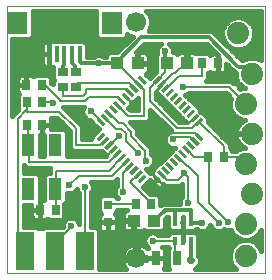
<source format=gtl>
G75*
G70*
%OFA0B0*%
%FSLAX24Y24*%
%IPPOS*%
%LPD*%
%AMOC8*
5,1,8,0,0,1.08239X$1,22.5*
%
%ADD10C,0.0000*%
%ADD11R,0.0276X0.0354*%
%ADD12R,0.0413X0.0425*%
%ADD13R,0.0600X0.1300*%
%ADD14C,0.0669*%
%ADD15C,0.0740*%
%ADD16R,0.0433X0.0394*%
%ADD17R,0.0315X0.0472*%
%ADD18R,0.0157X0.0295*%
%ADD19R,0.0138X0.0551*%
%ADD20R,0.0709X0.0748*%
%ADD21R,0.0315X0.0118*%
%ADD22R,0.0433X0.0748*%
%ADD23R,0.0354X0.0276*%
%ADD24R,0.0315X0.0315*%
%ADD25C,0.0080*%
%ADD26C,0.0236*%
%ADD27C,0.0120*%
%ADD28C,0.0160*%
%ADD29C,0.0100*%
%ADD30OC8,0.0236*%
D10*
X000750Y000969D02*
X000750Y009869D01*
X009350Y009869D01*
X009350Y000969D01*
X000750Y000969D01*
D11*
X001844Y003069D03*
X002356Y003069D03*
X001906Y005919D03*
X001394Y005919D03*
X001394Y006669D03*
X001906Y006669D03*
X001895Y007254D03*
X001383Y007254D03*
X005031Y003285D03*
X005543Y003285D03*
X007444Y004843D03*
X007956Y004843D03*
X007756Y007969D03*
X007244Y007969D03*
D12*
X006744Y007969D03*
X006056Y007969D03*
X005094Y007969D03*
X004406Y007969D03*
D13*
X003350Y001719D03*
X002350Y001719D03*
X001350Y001719D03*
D14*
X005050Y001469D03*
X005050Y009343D03*
D15*
X008450Y008969D03*
X008900Y007619D03*
X008700Y006619D03*
X008900Y005619D03*
X008700Y004619D03*
X008900Y003619D03*
X008700Y002619D03*
X008690Y001550D03*
D16*
X005635Y002719D03*
X004965Y002719D03*
D17*
X005696Y001469D03*
X006404Y001469D03*
D18*
X006344Y002044D03*
X006600Y002044D03*
X006856Y002044D03*
X006856Y002694D03*
X006600Y002694D03*
X006344Y002694D03*
D19*
X003162Y008276D03*
X002906Y008276D03*
X002650Y008276D03*
X002394Y008276D03*
X002138Y008276D03*
D20*
X001075Y009319D03*
X004225Y009319D03*
D21*
G36*
X005180Y007563D02*
X005401Y007342D01*
X005318Y007259D01*
X005097Y007480D01*
X005180Y007563D01*
G37*
G36*
X005041Y007424D02*
X005262Y007203D01*
X005179Y007120D01*
X004958Y007341D01*
X005041Y007424D01*
G37*
G36*
X004902Y007285D02*
X005123Y007064D01*
X005040Y006981D01*
X004819Y007202D01*
X004902Y007285D01*
G37*
G36*
X004763Y007146D02*
X004984Y006925D01*
X004901Y006842D01*
X004680Y007063D01*
X004763Y007146D01*
G37*
G36*
X004624Y007007D02*
X004845Y006786D01*
X004762Y006703D01*
X004541Y006924D01*
X004624Y007007D01*
G37*
G36*
X004484Y006867D02*
X004705Y006646D01*
X004622Y006563D01*
X004401Y006784D01*
X004484Y006867D01*
G37*
G36*
X004483Y006424D02*
X004262Y006645D01*
X004345Y006728D01*
X004566Y006507D01*
X004483Y006424D01*
G37*
G36*
X004344Y006285D02*
X004123Y006506D01*
X004206Y006589D01*
X004427Y006368D01*
X004344Y006285D01*
G37*
G36*
X004205Y006146D02*
X003984Y006367D01*
X004067Y006450D01*
X004288Y006229D01*
X004205Y006146D01*
G37*
G36*
X004066Y006007D02*
X003845Y006228D01*
X003928Y006311D01*
X004149Y006090D01*
X004066Y006007D01*
G37*
G36*
X003927Y005867D02*
X003706Y006088D01*
X003789Y006171D01*
X004010Y005950D01*
X003927Y005867D01*
G37*
G36*
X003706Y005449D02*
X003927Y005670D01*
X004010Y005587D01*
X003789Y005366D01*
X003706Y005449D01*
G37*
G36*
X003845Y005310D02*
X004066Y005531D01*
X004149Y005448D01*
X003928Y005227D01*
X003845Y005310D01*
G37*
G36*
X003984Y005171D02*
X004205Y005392D01*
X004288Y005309D01*
X004067Y005088D01*
X003984Y005171D01*
G37*
G36*
X004123Y005032D02*
X004344Y005253D01*
X004427Y005170D01*
X004206Y004949D01*
X004123Y005032D01*
G37*
G36*
X004262Y004893D02*
X004483Y005114D01*
X004566Y005031D01*
X004345Y004810D01*
X004262Y004893D01*
G37*
G36*
X004401Y004753D02*
X004622Y004974D01*
X004705Y004891D01*
X004484Y004670D01*
X004401Y004753D01*
G37*
G36*
X004845Y004752D02*
X004624Y004531D01*
X004541Y004614D01*
X004762Y004835D01*
X004845Y004752D01*
G37*
G36*
X004984Y004613D02*
X004763Y004392D01*
X004680Y004475D01*
X004901Y004696D01*
X004984Y004613D01*
G37*
G36*
X005123Y004474D02*
X004902Y004253D01*
X004819Y004336D01*
X005040Y004557D01*
X005123Y004474D01*
G37*
G36*
X005262Y004335D02*
X005041Y004114D01*
X004958Y004197D01*
X005179Y004418D01*
X005262Y004335D01*
G37*
G36*
X005401Y004195D02*
X005180Y003974D01*
X005097Y004057D01*
X005318Y004278D01*
X005401Y004195D01*
G37*
G36*
X005820Y003974D02*
X005599Y004195D01*
X005682Y004278D01*
X005903Y004057D01*
X005820Y003974D01*
G37*
G36*
X005959Y004114D02*
X005738Y004335D01*
X005821Y004418D01*
X006042Y004197D01*
X005959Y004114D01*
G37*
G36*
X006098Y004253D02*
X005877Y004474D01*
X005960Y004557D01*
X006181Y004336D01*
X006098Y004253D01*
G37*
G36*
X006237Y004392D02*
X006016Y004613D01*
X006099Y004696D01*
X006320Y004475D01*
X006237Y004392D01*
G37*
G36*
X006376Y004531D02*
X006155Y004752D01*
X006238Y004835D01*
X006459Y004614D01*
X006376Y004531D01*
G37*
G36*
X006516Y004670D02*
X006295Y004891D01*
X006378Y004974D01*
X006599Y004753D01*
X006516Y004670D01*
G37*
G36*
X006517Y005114D02*
X006738Y004893D01*
X006655Y004810D01*
X006434Y005031D01*
X006517Y005114D01*
G37*
G36*
X006656Y005253D02*
X006877Y005032D01*
X006794Y004949D01*
X006573Y005170D01*
X006656Y005253D01*
G37*
G36*
X006795Y005392D02*
X007016Y005171D01*
X006933Y005088D01*
X006712Y005309D01*
X006795Y005392D01*
G37*
G36*
X006934Y005531D02*
X007155Y005310D01*
X007072Y005227D01*
X006851Y005448D01*
X006934Y005531D01*
G37*
G36*
X007073Y005670D02*
X007294Y005449D01*
X007211Y005366D01*
X006990Y005587D01*
X007073Y005670D01*
G37*
G36*
X007294Y006088D02*
X007073Y005867D01*
X006990Y005950D01*
X007211Y006171D01*
X007294Y006088D01*
G37*
G36*
X007155Y006228D02*
X006934Y006007D01*
X006851Y006090D01*
X007072Y006311D01*
X007155Y006228D01*
G37*
G36*
X007016Y006367D02*
X006795Y006146D01*
X006712Y006229D01*
X006933Y006450D01*
X007016Y006367D01*
G37*
G36*
X006877Y006506D02*
X006656Y006285D01*
X006573Y006368D01*
X006794Y006589D01*
X006877Y006506D01*
G37*
G36*
X006738Y006645D02*
X006517Y006424D01*
X006434Y006507D01*
X006655Y006728D01*
X006738Y006645D01*
G37*
G36*
X006599Y006784D02*
X006378Y006563D01*
X006295Y006646D01*
X006516Y006867D01*
X006599Y006784D01*
G37*
G36*
X006155Y006786D02*
X006376Y007007D01*
X006459Y006924D01*
X006238Y006703D01*
X006155Y006786D01*
G37*
G36*
X006016Y006925D02*
X006237Y007146D01*
X006320Y007063D01*
X006099Y006842D01*
X006016Y006925D01*
G37*
G36*
X005877Y007064D02*
X006098Y007285D01*
X006181Y007202D01*
X005960Y006981D01*
X005877Y007064D01*
G37*
G36*
X005738Y007203D02*
X005959Y007424D01*
X006042Y007341D01*
X005821Y007120D01*
X005738Y007203D01*
G37*
G36*
X005599Y007342D02*
X005820Y007563D01*
X005903Y007480D01*
X005682Y007259D01*
X005599Y007342D01*
G37*
D22*
X002353Y005247D03*
X001447Y005247D03*
X001447Y003791D03*
X002353Y003791D03*
D23*
X002600Y007163D03*
X003050Y007163D03*
X003050Y007675D03*
X002600Y007675D03*
D24*
X004104Y003256D03*
X004104Y002666D03*
D25*
X004104Y003256D02*
X004110Y003269D01*
X004104Y003263D01*
X004110Y003269D02*
X004126Y003285D01*
X005031Y003285D01*
X005527Y003308D02*
X005543Y003285D01*
X005543Y003266D01*
X005541Y003263D01*
X005566Y003238D01*
X005527Y003308D02*
X004838Y003997D01*
X005094Y004253D01*
X005110Y004266D01*
X004832Y004544D02*
X004608Y004320D01*
X004608Y003692D01*
X004230Y004221D02*
X003122Y004221D01*
X002819Y003919D01*
X002358Y003800D02*
X002353Y003791D01*
X002358Y003761D01*
X002358Y003072D01*
X002356Y003069D01*
X002870Y002541D02*
X002870Y002521D01*
X002358Y002009D01*
X002358Y001793D01*
X002350Y001719D01*
X002358Y001753D01*
X002358Y001733D02*
X002350Y001719D01*
X003342Y001733D02*
X003350Y001719D01*
X003342Y001733D02*
X003342Y003840D01*
X003323Y003843D01*
X004130Y004391D02*
X002358Y004391D01*
X002358Y003800D01*
X001472Y004686D02*
X001472Y005178D01*
X001447Y005247D01*
X001433Y005277D01*
X001433Y005887D01*
X001413Y005907D01*
X001394Y005919D01*
X001098Y006123D02*
X001374Y006399D01*
X001413Y006399D01*
X001413Y006359D01*
X002476Y006359D01*
X003027Y005808D01*
X003027Y005769D01*
X003027Y005237D01*
X003815Y005237D01*
X003854Y005237D01*
X003992Y005375D01*
X003997Y005379D01*
X004118Y005240D02*
X004136Y005240D01*
X004169Y005257D01*
X004366Y005454D01*
X004457Y005531D01*
X004405Y005789D02*
X004366Y005789D01*
X004070Y006084D01*
X003997Y006159D01*
X004051Y006123D01*
X004051Y006084D01*
X004011Y006123D02*
X003997Y006159D01*
X004011Y006143D01*
X004169Y006241D02*
X004136Y006298D01*
X004189Y006261D01*
X004484Y005966D01*
X004523Y005966D01*
X004602Y005966D01*
X004878Y005690D01*
X004878Y005533D01*
X005350Y005060D01*
X005350Y004726D01*
X005364Y004725D01*
X005566Y004523D02*
X005566Y004347D01*
X005566Y004322D01*
X005591Y004296D01*
X005616Y004296D01*
X005616Y004271D02*
X005591Y004271D01*
X005541Y004322D01*
X005566Y004347D01*
X005566Y004523D01*
X005566Y004347D01*
X005566Y004322D01*
X005591Y004296D02*
X005616Y004271D01*
X005591Y004296D01*
X005616Y004271D02*
X005751Y004137D01*
X005751Y004126D01*
X006123Y003754D01*
X006414Y003754D01*
X006448Y004095D02*
X006070Y004095D01*
X005903Y004261D01*
X005903Y004266D01*
X005890Y004266D01*
X005874Y004291D01*
X006000Y004430D02*
X006029Y004405D01*
X006029Y004415D01*
X006448Y004095D02*
X006674Y004322D01*
X006649Y004322D01*
X006775Y004196D01*
X006775Y003314D01*
X007092Y003346D02*
X007791Y002647D01*
X008110Y002682D02*
X007472Y003320D01*
X007472Y004808D01*
X007444Y004843D01*
X007437Y004844D01*
X006984Y004844D01*
X006728Y005100D01*
X006725Y005101D01*
X006990Y005379D02*
X006850Y005519D01*
X006360Y005519D01*
X006271Y005430D01*
X006095Y005657D02*
X006851Y005657D01*
X007002Y005657D01*
X007141Y005518D01*
X007142Y005518D01*
X007003Y005379D02*
X006990Y005379D01*
X006901Y005808D02*
X006397Y005808D01*
X006271Y005934D01*
X005490Y006715D01*
X005490Y006917D01*
X005490Y007151D01*
X005751Y007411D01*
X005758Y007411D02*
X006019Y007673D01*
X006019Y008350D01*
X006019Y008353D02*
X006004Y008369D01*
X006000Y008369D01*
X006498Y007799D02*
X006574Y007799D01*
X006744Y007969D01*
X006498Y007799D02*
X006347Y007648D01*
X006265Y007648D01*
X005890Y007272D01*
X005896Y007272D01*
X006039Y007147D02*
X006029Y007133D01*
X006059Y007147D01*
X006456Y007544D01*
X007240Y007544D01*
X007240Y007934D01*
X007244Y007969D01*
X007240Y007954D01*
X007581Y008328D02*
X007756Y008154D01*
X007756Y007969D01*
X008421Y007895D02*
X008463Y007849D01*
X008136Y007194D02*
X008715Y006615D01*
X008711Y006619D01*
X008700Y006619D01*
X008136Y007194D02*
X006599Y007194D01*
X006864Y006333D02*
X006864Y006298D01*
X007002Y006161D02*
X007003Y006160D01*
X007003Y006159D01*
X007027Y006183D01*
X007027Y006186D01*
X007003Y006159D02*
X006955Y006111D01*
X006977Y006136D01*
X006850Y006009D01*
X007002Y006136D01*
X007112Y006019D02*
X006977Y005884D01*
X006901Y005808D01*
X006775Y005959D02*
X006850Y006009D01*
X006545Y006084D01*
X006674Y005959D01*
X006775Y005959D01*
X007112Y006019D02*
X007142Y006019D01*
X007956Y005206D01*
X007956Y004843D01*
X008476Y004843D01*
X008700Y004619D01*
X007092Y004226D02*
X007092Y003346D01*
X006610Y002698D02*
X006600Y002694D01*
X006610Y002698D01*
X006322Y002054D02*
X005591Y002054D01*
X005819Y002054D01*
X006322Y002054D02*
X006331Y002044D01*
X006344Y002044D01*
X006334Y002029D01*
X006334Y001478D01*
X006404Y001469D01*
X007092Y004226D02*
X007031Y004287D01*
X006905Y004419D01*
X006763Y004560D01*
X006728Y004560D01*
X006480Y004808D01*
X006447Y004822D01*
X005311Y006202D02*
X005311Y007088D01*
X005133Y007265D01*
X005110Y007272D01*
X005133Y007265D01*
X005133Y007245D02*
X005110Y007272D01*
X005110Y007272D01*
X004457Y007925D01*
X004450Y007925D01*
X004406Y007969D01*
X004405Y007974D01*
X004432Y007975D01*
X004799Y007304D02*
X003067Y007304D01*
X003067Y007167D01*
X003050Y007163D01*
X003263Y006891D02*
X002614Y006891D01*
X002614Y007147D01*
X002600Y007163D01*
X002515Y006733D02*
X002004Y007245D01*
X001905Y007245D01*
X001895Y007254D01*
X001906Y006669D02*
X002236Y006669D01*
X002265Y006640D01*
X002515Y006714D02*
X002515Y006733D01*
X002515Y006714D02*
X003322Y006714D01*
X003460Y006852D01*
X004425Y006852D01*
X004523Y006753D01*
X004553Y006715D01*
X004553Y006745D01*
X004693Y006855D02*
X004933Y006615D01*
X004936Y006615D01*
X005038Y006664D01*
X005008Y006563D01*
X004779Y006202D02*
X005311Y006202D01*
X005490Y006715D02*
X005490Y006917D01*
X004971Y007133D02*
X004956Y007147D01*
X004799Y007304D01*
X004700Y007127D02*
X003362Y007127D01*
X003362Y006989D01*
X003263Y006891D01*
X003525Y006363D02*
X003858Y006030D01*
X003858Y006019D01*
X004136Y006298D02*
X004169Y006281D01*
X004144Y006298D02*
X004136Y006298D01*
X004130Y006320D01*
X004130Y006312D01*
X004425Y006556D02*
X004414Y006576D01*
X004425Y006576D01*
X004425Y006556D02*
X004779Y006202D01*
X004543Y005789D02*
X004405Y005789D01*
X004543Y005789D02*
X004700Y005631D01*
X004700Y005375D01*
X004942Y005134D01*
X005087Y004989D01*
X005087Y004952D01*
X005097Y004961D01*
X005097Y004967D01*
X005103Y004967D01*
X005112Y004977D01*
X005107Y004981D01*
X005094Y004981D01*
X005097Y004967D01*
X005094Y004981D02*
X004942Y005134D01*
X004553Y004822D02*
X004543Y004804D01*
X004130Y004391D01*
X004230Y004221D02*
X004693Y004683D01*
X004693Y004683D01*
X004832Y004544D02*
X004799Y004509D01*
X004405Y004942D02*
X004414Y004962D01*
X004405Y004942D02*
X004149Y004686D01*
X001472Y004686D01*
X001472Y005218D02*
X001447Y005247D01*
X001098Y006123D02*
X001098Y001970D01*
X001334Y001733D01*
X001350Y001719D01*
X003165Y004863D02*
X003202Y004851D01*
X003893Y004851D01*
X003893Y004883D01*
X003893Y004942D01*
X003757Y004925D01*
X003893Y004851D02*
X004029Y004851D01*
X004275Y005097D01*
X004275Y005101D01*
X003165Y004863D02*
X002968Y005060D01*
X002948Y005080D01*
X002945Y005078D01*
X002948Y005080D02*
X002951Y005083D01*
X001413Y006399D02*
X001413Y006655D01*
X001394Y006669D01*
X004700Y007127D02*
X004819Y007009D01*
X004832Y006994D01*
X007481Y008832D02*
X007482Y008833D01*
D26*
X007775Y008965D03*
X007926Y009443D03*
X008430Y009620D03*
X008909Y009469D03*
X009086Y008994D03*
X008925Y008471D03*
X008496Y008295D03*
X006923Y006891D03*
X006599Y007194D03*
X005815Y006790D03*
X006545Y006084D03*
X006271Y005430D03*
X005789Y005933D03*
X005008Y006563D03*
X004457Y005531D03*
X005097Y004967D03*
X005364Y004725D03*
X004608Y003692D03*
X004452Y002772D03*
X005591Y002054D03*
X006147Y003388D03*
X006775Y003314D03*
X007250Y002659D03*
X007791Y002647D03*
X008110Y002682D03*
X006649Y004322D03*
X003757Y004925D03*
X003323Y003843D03*
X002819Y003919D03*
X002119Y004421D03*
X002342Y005940D03*
X002265Y006640D03*
X003026Y006235D03*
X003525Y006363D03*
X002181Y007646D03*
X003800Y007969D03*
X004701Y008730D03*
X005356Y008453D03*
X006000Y008369D03*
X005608Y007772D03*
X006717Y008478D03*
X001850Y002619D03*
X002870Y002541D03*
D27*
X004832Y004544D02*
X004831Y004544D01*
X006000Y003069D02*
X006350Y003069D01*
X006350Y002737D01*
X006334Y002737D01*
X006344Y002694D01*
X006350Y003069D02*
X006850Y003069D01*
X006856Y003063D02*
X006856Y002694D01*
X006885Y002659D01*
X007250Y002659D01*
X006885Y002029D02*
X006856Y002044D01*
X006885Y002029D02*
X006885Y001399D01*
X005635Y002719D02*
X005935Y003019D01*
X005751Y007411D02*
X005758Y007411D01*
X006056Y007969D02*
X006000Y008024D01*
X006000Y008369D01*
X006019Y008350D01*
X005767Y008832D02*
X006448Y008832D01*
X007481Y008832D01*
X007482Y008833D02*
X008421Y007895D01*
X008463Y007849D02*
X008670Y007849D01*
X008900Y007619D01*
X005767Y008832D02*
X005213Y008832D01*
X004432Y008051D01*
X004432Y007975D01*
X004406Y007969D02*
X004400Y007969D01*
X004406Y007969D01*
X004400Y007969D02*
X003800Y007969D01*
X003550Y007969D01*
X003800Y007969D01*
X003550Y007969D02*
X003200Y007969D01*
X003162Y008007D01*
X003162Y008276D01*
X002906Y008276D02*
X002906Y007963D01*
X003000Y007869D01*
X003000Y007725D01*
X003050Y007675D01*
X002650Y007919D02*
X002650Y008276D01*
X002650Y007919D02*
X002600Y007869D01*
X002600Y007675D01*
D28*
X002316Y007419D02*
X002264Y007367D01*
X002264Y007266D01*
X002202Y007328D01*
X002192Y007338D01*
X002192Y007496D01*
X002099Y007589D01*
X001692Y007589D01*
X001639Y007537D01*
X001619Y007558D01*
X001583Y007579D01*
X001542Y007589D01*
X001383Y007589D01*
X001225Y007589D01*
X001184Y007579D01*
X001148Y007558D01*
X001119Y007528D01*
X001098Y007492D01*
X001087Y007452D01*
X001087Y007254D01*
X001383Y007254D01*
X001383Y007589D01*
X001383Y007254D01*
X001383Y007254D01*
X001383Y007254D01*
X001087Y007254D01*
X001087Y007055D01*
X001098Y007015D01*
X001119Y006979D01*
X001142Y006956D01*
X001098Y006912D01*
X001098Y006426D01*
X001109Y006415D01*
X000909Y006215D01*
X000909Y008786D01*
X001495Y008786D01*
X001588Y008879D01*
X001588Y009710D01*
X003712Y009710D01*
X003712Y008879D01*
X003805Y008786D01*
X004645Y008786D01*
X004738Y008879D01*
X004738Y008957D01*
X004771Y008925D01*
X004930Y008858D01*
X004412Y008340D01*
X004133Y008340D01*
X004040Y008247D01*
X004040Y008188D01*
X003973Y008188D01*
X003957Y008204D01*
X003855Y008246D01*
X003745Y008246D01*
X003643Y008204D01*
X003627Y008188D01*
X003389Y008188D01*
X003389Y008617D01*
X003296Y008710D01*
X002259Y008710D01*
X002253Y008703D01*
X002228Y008710D01*
X002138Y008710D01*
X002048Y008710D01*
X002008Y008699D01*
X001972Y008678D01*
X001942Y008649D01*
X001921Y008612D01*
X001911Y008572D01*
X001911Y008276D01*
X002138Y008276D01*
X002138Y008710D01*
X002138Y008276D01*
X002138Y008276D01*
X002138Y008276D01*
X001911Y008276D01*
X001911Y007979D01*
X001921Y007939D01*
X001942Y007903D01*
X001972Y007873D01*
X002008Y007852D01*
X002048Y007841D01*
X002138Y007841D01*
X002138Y008276D01*
X002138Y008276D01*
X002138Y007841D01*
X002228Y007841D01*
X002253Y007848D01*
X002259Y007841D01*
X002264Y007841D01*
X002264Y007471D01*
X002316Y007419D01*
X002309Y007426D02*
X002192Y007426D01*
X002262Y007267D02*
X002264Y007267D01*
X002264Y007584D02*
X002104Y007584D01*
X002264Y007743D02*
X000909Y007743D01*
X000909Y007901D02*
X001943Y007901D01*
X001911Y008060D02*
X000909Y008060D01*
X000909Y008218D02*
X001911Y008218D01*
X001911Y008377D02*
X000909Y008377D01*
X000909Y008535D02*
X001911Y008535D01*
X001999Y008694D02*
X000909Y008694D01*
X001562Y008852D02*
X003738Y008852D01*
X003712Y009011D02*
X001588Y009011D01*
X001588Y009169D02*
X003712Y009169D01*
X003712Y009328D02*
X001588Y009328D01*
X001588Y009486D02*
X003712Y009486D01*
X003712Y009645D02*
X001588Y009645D01*
X002138Y008694D02*
X002138Y008694D01*
X002138Y008535D02*
X002138Y008535D01*
X002138Y008377D02*
X002138Y008377D01*
X002138Y008218D02*
X002138Y008218D01*
X002138Y008060D02*
X002138Y008060D01*
X002138Y007901D02*
X002138Y007901D01*
X001687Y007584D02*
X001561Y007584D01*
X001383Y007584D02*
X001383Y007584D01*
X001383Y007426D02*
X001383Y007426D01*
X001383Y007267D02*
X001383Y007267D01*
X001087Y007267D02*
X000909Y007267D01*
X000909Y007109D02*
X001087Y007109D01*
X001136Y006950D02*
X000909Y006950D01*
X000909Y006792D02*
X001098Y006792D01*
X001098Y006633D02*
X000909Y006633D01*
X000909Y006475D02*
X001098Y006475D01*
X001010Y006316D02*
X000909Y006316D01*
X000909Y007426D02*
X001087Y007426D01*
X001206Y007584D02*
X000909Y007584D01*
X002190Y006161D02*
X002394Y006161D01*
X002828Y005726D01*
X002828Y005155D01*
X002945Y005039D01*
X003890Y005039D01*
X003995Y004934D01*
X003995Y004934D01*
X004044Y004885D01*
X002728Y004885D01*
X002728Y005687D01*
X002635Y005780D01*
X002202Y005780D01*
X002202Y005919D01*
X002202Y006117D01*
X002192Y006157D01*
X002190Y006161D01*
X002191Y006158D02*
X002396Y006158D01*
X002555Y005999D02*
X002202Y005999D01*
X002202Y005919D02*
X001906Y005919D01*
X001906Y005919D01*
X002202Y005919D01*
X002202Y005841D02*
X002713Y005841D01*
X002728Y005682D02*
X002828Y005682D01*
X002828Y005524D02*
X002728Y005524D01*
X002728Y005365D02*
X002828Y005365D01*
X002828Y005207D02*
X002728Y005207D01*
X002728Y005048D02*
X002935Y005048D01*
X002728Y004890D02*
X004039Y004890D01*
X003546Y005436D02*
X003226Y005436D01*
X003226Y005891D01*
X003109Y006007D01*
X002675Y006442D01*
X002601Y006515D01*
X003288Y006515D01*
X003248Y006418D01*
X003248Y006308D01*
X003290Y006206D01*
X003368Y006128D01*
X003470Y006086D01*
X003521Y006086D01*
X003546Y006061D01*
X003546Y006023D01*
X003800Y005769D01*
X003546Y005515D01*
X003546Y005436D01*
X003555Y005524D02*
X003226Y005524D01*
X003226Y005682D02*
X003714Y005682D01*
X003728Y005841D02*
X003226Y005841D01*
X003117Y005999D02*
X003570Y005999D01*
X003338Y006158D02*
X002959Y006158D01*
X003109Y006007D02*
X003109Y006007D01*
X003248Y006316D02*
X002800Y006316D01*
X002642Y006475D02*
X003272Y006475D01*
X001977Y005583D02*
X001977Y004885D01*
X001823Y004885D01*
X001823Y005583D01*
X001906Y005583D01*
X001977Y005583D01*
X001977Y005524D02*
X001823Y005524D01*
X001906Y005583D02*
X001906Y005919D01*
X001906Y005583D01*
X001906Y005682D02*
X001906Y005682D01*
X001906Y005841D02*
X001906Y005841D01*
X001906Y005919D02*
X001906Y005919D01*
X001977Y005365D02*
X001823Y005365D01*
X001823Y005207D02*
X001977Y005207D01*
X001977Y005048D02*
X001823Y005048D01*
X001823Y004890D02*
X001977Y004890D01*
X002173Y004487D02*
X002159Y004473D01*
X002159Y004323D01*
X002070Y004323D01*
X001977Y004230D01*
X001977Y003405D01*
X001844Y003405D01*
X001823Y003405D01*
X001823Y004230D01*
X001730Y004323D01*
X001297Y004323D01*
X001297Y004580D01*
X001390Y004487D01*
X002173Y004487D01*
X002159Y004414D02*
X001297Y004414D01*
X001297Y004573D02*
X001304Y004573D01*
X001797Y004256D02*
X002003Y004256D01*
X001977Y004097D02*
X001823Y004097D01*
X001823Y003939D02*
X001977Y003939D01*
X001977Y003780D02*
X001823Y003780D01*
X001823Y003622D02*
X001977Y003622D01*
X001977Y003463D02*
X001823Y003463D01*
X001844Y003405D02*
X001844Y003069D01*
X001844Y003069D01*
X001844Y003069D01*
X001548Y003069D01*
X001548Y003258D01*
X001297Y003258D01*
X001297Y002528D01*
X001716Y002528D01*
X001774Y002469D01*
X001784Y002479D01*
X001916Y002479D01*
X001926Y002469D01*
X001984Y002528D01*
X002593Y002528D01*
X002593Y002596D01*
X002635Y002697D01*
X002713Y002775D01*
X002815Y002817D01*
X002925Y002817D01*
X003027Y002775D01*
X003104Y002697D01*
X003143Y002603D01*
X003143Y003631D01*
X003089Y003686D01*
X003056Y003766D01*
X003054Y003762D01*
X002976Y003684D01*
X002874Y003642D01*
X002764Y003642D01*
X002728Y003657D01*
X002728Y003351D01*
X002652Y003275D01*
X002652Y002826D01*
X002559Y002733D01*
X002152Y002733D01*
X002100Y002785D01*
X002079Y002765D01*
X002043Y002744D01*
X002003Y002733D01*
X001844Y002733D01*
X001685Y002733D01*
X001645Y002744D01*
X001609Y002765D01*
X001579Y002794D01*
X001558Y002830D01*
X001548Y002871D01*
X001548Y003069D01*
X001844Y003069D01*
X001844Y003405D01*
X001844Y003305D02*
X001844Y003305D01*
X001844Y003146D02*
X001844Y003146D01*
X001844Y003069D02*
X001844Y002733D01*
X001844Y003069D01*
X001844Y003069D01*
X001844Y002988D02*
X001844Y002988D01*
X001844Y002829D02*
X001844Y002829D01*
X001731Y002512D02*
X001969Y002512D01*
X001559Y002829D02*
X001297Y002829D01*
X001297Y002671D02*
X002624Y002671D01*
X002652Y002829D02*
X003143Y002829D01*
X003143Y002671D02*
X003115Y002671D01*
X003143Y002988D02*
X002652Y002988D01*
X002652Y003146D02*
X003143Y003146D01*
X003143Y003305D02*
X002682Y003305D01*
X002728Y003463D02*
X003143Y003463D01*
X003143Y003622D02*
X002728Y003622D01*
X003541Y003622D02*
X004338Y003622D01*
X004331Y003637D02*
X004374Y003535D01*
X004425Y003484D01*
X004416Y003484D01*
X004328Y003573D01*
X003881Y003573D01*
X003788Y003480D01*
X003788Y003033D01*
X003863Y002958D01*
X003849Y002950D01*
X003820Y002921D01*
X003799Y002884D01*
X003788Y002844D01*
X003788Y002666D01*
X004104Y002666D01*
X004104Y002666D01*
X003788Y002666D01*
X003788Y002487D01*
X003799Y002447D01*
X003802Y002441D01*
X003716Y002528D01*
X003541Y002528D01*
X003541Y003669D01*
X003558Y003686D01*
X003600Y003788D01*
X003600Y003898D01*
X003558Y004000D01*
X003536Y004022D01*
X004313Y004022D01*
X004410Y004119D01*
X004410Y003885D01*
X004374Y003849D01*
X004331Y003747D01*
X004331Y003637D01*
X004345Y003780D02*
X003597Y003780D01*
X003583Y003939D02*
X004410Y003939D01*
X004410Y004097D02*
X004388Y004097D01*
X003788Y003463D02*
X003541Y003463D01*
X003541Y003305D02*
X003788Y003305D01*
X003788Y003146D02*
X003541Y003146D01*
X003541Y002988D02*
X003833Y002988D01*
X003788Y002829D02*
X003541Y002829D01*
X003541Y002671D02*
X003788Y002671D01*
X003788Y002512D02*
X003731Y002512D01*
X003809Y002430D02*
X003820Y002411D01*
X003849Y002381D01*
X003886Y002360D01*
X003926Y002350D01*
X004104Y002350D01*
X004104Y002666D01*
X004104Y002666D01*
X004421Y002666D01*
X004421Y002844D01*
X004410Y002884D01*
X004389Y002921D01*
X004359Y002950D01*
X004346Y002958D01*
X004421Y003033D01*
X004421Y003086D01*
X004735Y003086D01*
X004735Y003074D01*
X004728Y003074D01*
X004688Y003064D01*
X004651Y003043D01*
X004622Y003013D01*
X004601Y002977D01*
X004590Y002937D01*
X004590Y002737D01*
X004947Y002737D01*
X004947Y002700D01*
X004984Y002700D01*
X004984Y002363D01*
X005203Y002363D01*
X005243Y002374D01*
X005279Y002395D01*
X005300Y002416D01*
X005352Y002363D01*
X005917Y002363D01*
X006010Y002456D01*
X006010Y002785D01*
X006035Y002810D01*
X006036Y002810D01*
X006076Y002850D01*
X006107Y002850D01*
X006107Y002787D01*
X006101Y002778D01*
X006107Y002753D01*
X006107Y002480D01*
X006200Y002387D01*
X006489Y002387D01*
X006491Y002390D01*
X006500Y002387D01*
X006600Y002387D01*
X006700Y002387D01*
X006709Y002390D01*
X006711Y002387D01*
X007000Y002387D01*
X007053Y002440D01*
X007078Y002440D01*
X007094Y002424D01*
X007195Y002382D01*
X007305Y002382D01*
X007407Y002424D01*
X007485Y002502D01*
X007518Y002582D01*
X007556Y002490D01*
X007634Y002412D01*
X007736Y002370D01*
X007846Y002370D01*
X007948Y002412D01*
X007974Y002439D01*
X008055Y002405D01*
X008165Y002405D01*
X008209Y002424D01*
X008252Y002319D01*
X008400Y002171D01*
X008595Y002090D01*
X008805Y002090D01*
X009000Y002171D01*
X009148Y002319D01*
X009191Y002423D01*
X009191Y001722D01*
X009138Y001850D01*
X008990Y001998D01*
X008795Y002079D01*
X008585Y002079D01*
X008391Y001998D01*
X008242Y001850D01*
X008161Y001655D01*
X008161Y001445D01*
X008242Y001250D01*
X008365Y001128D01*
X007006Y001128D01*
X007162Y001284D01*
X007162Y001513D01*
X007104Y001572D01*
X007104Y001975D01*
X007121Y002008D01*
X007104Y002062D01*
X007104Y002119D01*
X007093Y002130D01*
X007093Y002257D01*
X007000Y002350D01*
X006711Y002350D01*
X006709Y002348D01*
X006700Y002350D01*
X006600Y002350D01*
X006500Y002350D01*
X006491Y002348D01*
X006489Y002350D01*
X006200Y002350D01*
X006107Y002257D01*
X006107Y002253D01*
X005784Y002253D01*
X005748Y002289D01*
X005646Y002331D01*
X005536Y002331D01*
X005434Y002289D01*
X005356Y002211D01*
X005314Y002109D01*
X005314Y001999D01*
X005356Y001897D01*
X005431Y001822D01*
X005413Y001804D01*
X005371Y001845D01*
X005309Y001891D01*
X005239Y001926D01*
X005166Y001950D01*
X005098Y001961D01*
X005098Y001517D01*
X005002Y001517D01*
X005002Y001961D01*
X004934Y001950D01*
X004861Y001926D01*
X004791Y001891D01*
X004729Y001845D01*
X004674Y001790D01*
X004628Y001727D01*
X004593Y001658D01*
X004569Y001584D01*
X004558Y001517D01*
X005002Y001517D01*
X005002Y001421D01*
X004558Y001421D01*
X004569Y001353D01*
X004593Y001280D01*
X004628Y001210D01*
X004674Y001147D01*
X004694Y001128D01*
X003809Y001128D01*
X003809Y002430D01*
X003809Y002354D02*
X003910Y002354D01*
X003809Y002195D02*
X005350Y002195D01*
X005314Y002037D02*
X003809Y002037D01*
X003809Y001878D02*
X004774Y001878D01*
X004624Y001720D02*
X003809Y001720D01*
X003809Y001561D02*
X004565Y001561D01*
X004561Y001403D02*
X003809Y001403D01*
X003809Y001244D02*
X004611Y001244D01*
X005002Y001561D02*
X005098Y001561D01*
X005098Y001517D02*
X005379Y001517D01*
X005379Y001469D01*
X005696Y001469D01*
X006012Y001469D01*
X006012Y001726D01*
X006001Y001766D01*
X005980Y001803D01*
X005951Y001832D01*
X005914Y001853D01*
X005906Y001855D01*
X006107Y001855D01*
X006107Y001831D01*
X006127Y001810D01*
X006088Y001771D01*
X006088Y001167D01*
X006127Y001128D01*
X005973Y001128D01*
X005980Y001135D01*
X006001Y001171D01*
X006012Y001212D01*
X006012Y001469D01*
X005696Y001469D01*
X005696Y001469D01*
X005696Y001469D01*
X005379Y001469D01*
X005379Y001421D01*
X005098Y001421D01*
X005098Y001517D01*
X005098Y001720D02*
X005002Y001720D01*
X005002Y001878D02*
X005098Y001878D01*
X005326Y001878D02*
X005375Y001878D01*
X004947Y002363D02*
X004947Y002700D01*
X004590Y002700D01*
X004590Y002501D01*
X004601Y002461D01*
X004622Y002425D01*
X004651Y002395D01*
X004688Y002374D01*
X004728Y002363D01*
X004947Y002363D01*
X004947Y002512D02*
X004984Y002512D01*
X004984Y002671D02*
X004947Y002671D01*
X004590Y002671D02*
X004421Y002671D01*
X004421Y002666D02*
X004104Y002666D01*
X004104Y002666D01*
X004104Y002350D01*
X004283Y002350D01*
X004323Y002360D01*
X004359Y002381D01*
X004389Y002411D01*
X004410Y002447D01*
X004421Y002487D01*
X004421Y002666D01*
X004421Y002512D02*
X004590Y002512D01*
X004590Y002829D02*
X004421Y002829D01*
X004375Y002988D02*
X004607Y002988D01*
X004104Y002512D02*
X004104Y002512D01*
X004104Y002354D02*
X004104Y002354D01*
X004299Y002354D02*
X008237Y002354D01*
X008376Y002195D02*
X007093Y002195D01*
X007112Y002037D02*
X008484Y002037D01*
X008271Y001878D02*
X007104Y001878D01*
X007104Y001720D02*
X008188Y001720D01*
X008161Y001561D02*
X007114Y001561D01*
X007162Y001403D02*
X008179Y001403D01*
X008248Y001244D02*
X007123Y001244D01*
X006600Y002044D02*
X006600Y002044D01*
X006600Y002350D01*
X006600Y002044D01*
X006600Y002195D02*
X006600Y002195D01*
X006600Y002387D02*
X006600Y002694D01*
X006600Y002850D01*
X006600Y002850D01*
X006600Y002694D01*
X006600Y002694D01*
X006582Y002694D01*
X006582Y002694D01*
X006600Y002694D01*
X006600Y002694D01*
X006618Y002694D01*
X006618Y002694D01*
X006600Y002694D01*
X006600Y002694D01*
X006600Y002694D01*
X006600Y002387D01*
X006600Y002512D02*
X006600Y002512D01*
X006600Y002671D02*
X006600Y002671D01*
X006600Y002829D02*
X006600Y002829D01*
X006498Y003288D02*
X005909Y003288D01*
X005859Y003238D01*
X005844Y003238D01*
X005840Y003233D01*
X005840Y003528D01*
X005747Y003621D01*
X005496Y003621D01*
X005274Y003843D01*
X005500Y004069D01*
X005597Y003972D01*
X005723Y003846D01*
X005759Y003825D01*
X005799Y003815D01*
X005841Y003815D01*
X005881Y003825D01*
X005918Y003846D01*
X005974Y003903D01*
X005977Y003906D01*
X005987Y003896D01*
X006530Y003896D01*
X006576Y003943D01*
X006576Y003507D01*
X006540Y003471D01*
X006498Y003369D01*
X006498Y003288D01*
X006498Y003305D02*
X005840Y003305D01*
X005840Y003463D02*
X006538Y003463D01*
X006576Y003622D02*
X005495Y003622D01*
X005336Y003780D02*
X006576Y003780D01*
X006573Y003939D02*
X006576Y003939D01*
X005974Y003903D02*
X005923Y003954D01*
X005923Y003954D01*
X005974Y003903D01*
X005938Y003939D02*
X005938Y003939D01*
X005736Y004112D02*
X005597Y003972D01*
X005736Y004112D01*
X005736Y004112D01*
X005722Y004097D02*
X005722Y004097D01*
X005630Y003939D02*
X005370Y003939D01*
X005578Y004299D02*
X005527Y004350D01*
X005578Y004401D01*
X005578Y004401D01*
X005717Y004540D01*
X005894Y004717D01*
X005894Y004717D01*
X005995Y004819D01*
X006135Y004958D01*
X006274Y005097D01*
X006333Y005156D01*
X006326Y005153D01*
X006216Y005153D01*
X006114Y005196D01*
X006037Y005273D01*
X005994Y005375D01*
X005994Y005485D01*
X006037Y005587D01*
X006114Y005665D01*
X006216Y005707D01*
X006217Y005707D01*
X006189Y005736D01*
X005509Y006415D01*
X005509Y006120D01*
X005393Y006003D01*
X004846Y006003D01*
X004960Y005889D01*
X004960Y005889D01*
X005076Y005772D01*
X005076Y005615D01*
X005432Y005259D01*
X005549Y005143D01*
X005549Y004932D01*
X005599Y004882D01*
X005641Y004780D01*
X005641Y004670D01*
X005599Y004568D01*
X005521Y004490D01*
X005419Y004448D01*
X005375Y004448D01*
X005422Y004401D01*
X005422Y004401D01*
X005500Y004323D01*
X005527Y004350D01*
X005578Y004299D01*
X005578Y004299D01*
X005591Y004414D02*
X005409Y004414D01*
X005601Y004573D02*
X005750Y004573D01*
X005641Y004731D02*
X005908Y004731D01*
X006067Y004890D02*
X005591Y004890D01*
X005549Y005048D02*
X006225Y005048D01*
X006103Y005207D02*
X005484Y005207D01*
X005326Y005365D02*
X005998Y005365D01*
X006010Y005524D02*
X005167Y005524D01*
X005076Y005682D02*
X006156Y005682D01*
X006084Y005841D02*
X005008Y005841D01*
X004849Y005999D02*
X005925Y005999D01*
X005767Y006158D02*
X005509Y006158D01*
X005509Y006316D02*
X005608Y006316D01*
X005853Y006633D02*
X006081Y006633D01*
X006033Y006682D02*
X006172Y006543D01*
X006311Y006404D01*
X006450Y006264D01*
X006552Y006162D01*
X006708Y006007D01*
X006480Y006007D01*
X006470Y006017D01*
X005689Y006798D01*
X005689Y007026D01*
X005717Y006998D01*
X005717Y006998D01*
X005894Y006821D01*
X006033Y006682D01*
X005923Y006792D02*
X005695Y006792D01*
X005689Y006950D02*
X005764Y006950D01*
X005894Y006821D02*
X005894Y006821D01*
X006012Y006475D02*
X006240Y006475D01*
X006170Y006316D02*
X006398Y006316D01*
X006329Y006158D02*
X006557Y006158D01*
X006552Y006162D02*
X006552Y006162D01*
X006976Y006633D02*
X008171Y006633D01*
X008171Y006724D02*
X008171Y006514D01*
X008252Y006319D01*
X008400Y006171D01*
X008595Y006090D01*
X008660Y006090D01*
X008623Y006071D01*
X008556Y006022D01*
X008497Y005963D01*
X008448Y005896D01*
X008410Y005822D01*
X008384Y005743D01*
X008371Y005661D01*
X008371Y005639D01*
X008880Y005639D01*
X008880Y005599D01*
X008371Y005599D01*
X008371Y005577D01*
X008384Y005495D01*
X008410Y005416D01*
X008448Y005342D01*
X008497Y005274D01*
X008556Y005216D01*
X008623Y005167D01*
X008660Y005148D01*
X008595Y005148D01*
X008400Y005067D01*
X008375Y005042D01*
X008252Y005042D01*
X008252Y005086D01*
X008159Y005179D01*
X008155Y005179D01*
X008155Y005288D01*
X007437Y006006D01*
X007454Y006023D01*
X007454Y006155D01*
X007283Y006326D01*
X007280Y006329D01*
X007278Y006331D01*
X007227Y006382D01*
X007176Y006331D01*
X007176Y006331D01*
X007176Y006331D01*
X007227Y006382D01*
X007176Y006433D01*
X007037Y006572D01*
X007037Y006572D01*
X006898Y006712D01*
X006758Y006851D01*
X006681Y006928D01*
X006756Y006959D01*
X006792Y006995D01*
X008054Y006995D01*
X008140Y006909D01*
X008140Y006853D01*
X008200Y006793D01*
X008171Y006724D01*
X008199Y006792D02*
X006817Y006792D01*
X006734Y006950D02*
X008098Y006950D01*
X008460Y007151D02*
X008460Y007235D01*
X008366Y007329D01*
X008282Y007329D01*
X008218Y007393D01*
X007370Y007393D01*
X007439Y007461D01*
X007439Y007633D01*
X007448Y007633D01*
X007500Y007685D01*
X007521Y007665D01*
X007557Y007644D01*
X007597Y007633D01*
X007756Y007633D01*
X007915Y007633D01*
X007955Y007644D01*
X007991Y007665D01*
X008021Y007694D01*
X008042Y007730D01*
X008052Y007771D01*
X008052Y007954D01*
X008245Y007762D01*
X008245Y007759D01*
X008371Y007632D01*
X008371Y007514D01*
X008452Y007319D01*
X008600Y007171D01*
X008656Y007148D01*
X008595Y007148D01*
X008502Y007109D01*
X008460Y007151D01*
X008428Y007267D02*
X008504Y007267D01*
X008408Y007426D02*
X007403Y007426D01*
X007439Y007584D02*
X008371Y007584D01*
X008260Y007743D02*
X008045Y007743D01*
X008052Y007901D02*
X008105Y007901D01*
X007756Y007901D02*
X007756Y007901D01*
X007756Y007969D02*
X007756Y007633D01*
X007756Y007969D01*
X007756Y008250D01*
X007756Y008251D01*
X007756Y007969D01*
X007756Y007969D01*
X007756Y007969D01*
X007756Y008060D02*
X007756Y008060D01*
X007756Y008218D02*
X007756Y008218D01*
X007702Y008305D02*
X007597Y008305D01*
X007557Y008294D01*
X007521Y008273D01*
X007500Y008252D01*
X007448Y008305D01*
X007052Y008305D01*
X007049Y008309D01*
X007012Y008329D01*
X006972Y008340D01*
X006768Y008340D01*
X006768Y007992D01*
X006721Y007992D01*
X006721Y008340D01*
X006517Y008340D01*
X006477Y008329D01*
X006440Y008309D01*
X006411Y008279D01*
X006403Y008265D01*
X006328Y008340D01*
X006277Y008340D01*
X006277Y008424D01*
X006235Y008526D01*
X006157Y008604D01*
X006134Y008613D01*
X007393Y008613D01*
X007702Y008305D01*
X007629Y008377D02*
X006277Y008377D01*
X006225Y008535D02*
X007471Y008535D01*
X007773Y008852D02*
X007926Y008852D01*
X007921Y008864D02*
X008002Y008669D01*
X008150Y008521D01*
X008345Y008440D01*
X008555Y008440D01*
X008750Y008521D01*
X008898Y008669D01*
X008979Y008864D01*
X008979Y009074D01*
X008898Y009268D01*
X008750Y009417D01*
X008555Y009498D01*
X008345Y009498D01*
X008150Y009417D01*
X008002Y009268D01*
X007921Y009074D01*
X007921Y008864D01*
X007921Y009011D02*
X007614Y009011D01*
X007573Y009052D02*
X007392Y009052D01*
X007390Y009051D01*
X005455Y009051D01*
X005468Y009063D01*
X005543Y009245D01*
X005543Y009441D01*
X005468Y009622D01*
X005381Y009710D01*
X009191Y009710D01*
X009191Y008071D01*
X009005Y008148D01*
X008795Y008148D01*
X008602Y008068D01*
X008557Y008068D01*
X007573Y009052D01*
X007961Y009169D02*
X005512Y009169D01*
X005543Y009328D02*
X008061Y009328D01*
X008318Y009486D02*
X005525Y009486D01*
X005446Y009645D02*
X009191Y009645D01*
X009191Y009486D02*
X008582Y009486D01*
X008839Y009328D02*
X009191Y009328D01*
X009191Y009169D02*
X008939Y009169D01*
X008979Y009011D02*
X009191Y009011D01*
X009191Y008852D02*
X008974Y008852D01*
X008908Y008694D02*
X009191Y008694D01*
X009191Y008535D02*
X008764Y008535D01*
X009191Y008377D02*
X008248Y008377D01*
X008136Y008535D02*
X008090Y008535D01*
X007992Y008694D02*
X007931Y008694D01*
X008407Y008218D02*
X009191Y008218D01*
X007756Y007743D02*
X007756Y007743D01*
X006768Y008060D02*
X006721Y008060D01*
X006721Y008218D02*
X006768Y008218D01*
X005866Y008613D02*
X005843Y008604D01*
X005765Y008526D01*
X005723Y008424D01*
X005723Y008314D01*
X005733Y008290D01*
X005690Y008247D01*
X005690Y007691D01*
X005706Y007675D01*
X005661Y007630D01*
X005660Y007630D01*
X005532Y007502D01*
X005532Y007501D01*
X005500Y007469D01*
X005361Y007608D01*
X005362Y007608D01*
X005399Y007629D01*
X005428Y007659D01*
X005449Y007695D01*
X005460Y007735D01*
X005460Y007946D01*
X005118Y007946D01*
X005118Y007992D01*
X005460Y007992D01*
X005460Y008202D01*
X005449Y008243D01*
X005428Y008279D01*
X005399Y008309D01*
X005362Y008329D01*
X005322Y008340D01*
X005118Y008340D01*
X005118Y007992D01*
X005071Y007992D01*
X005071Y008340D01*
X005031Y008340D01*
X005304Y008613D01*
X005866Y008613D01*
X005775Y008535D02*
X005226Y008535D01*
X005067Y008377D02*
X005723Y008377D01*
X005690Y008218D02*
X005456Y008218D01*
X005460Y008060D02*
X005690Y008060D01*
X005690Y007901D02*
X005460Y007901D01*
X005460Y007743D02*
X005690Y007743D01*
X005614Y007584D02*
X005384Y007584D01*
X005118Y008060D02*
X005071Y008060D01*
X005071Y008218D02*
X005118Y008218D01*
X004766Y008694D02*
X003312Y008694D01*
X003389Y008535D02*
X004607Y008535D01*
X004449Y008377D02*
X003389Y008377D01*
X003389Y008218D02*
X003679Y008218D01*
X003921Y008218D02*
X004040Y008218D01*
X004711Y008852D02*
X004924Y008852D01*
X005112Y006827D02*
X005112Y006401D01*
X004861Y006401D01*
X004774Y006488D01*
X004865Y006580D01*
X004916Y006631D01*
X004865Y006682D01*
X004865Y006682D01*
X004865Y006682D01*
X004916Y006631D01*
X004973Y006688D01*
X005106Y006821D01*
X005112Y006827D01*
X005106Y006821D02*
X005106Y006821D01*
X005112Y006792D02*
X005077Y006792D01*
X005112Y006633D02*
X004919Y006633D01*
X004914Y006633D02*
X004914Y006633D01*
X004787Y006475D02*
X005112Y006475D01*
X007134Y006475D02*
X008187Y006475D01*
X008255Y006316D02*
X007293Y006316D01*
X007283Y006326D02*
X007283Y006326D01*
X007451Y006158D02*
X008431Y006158D01*
X008533Y005999D02*
X007444Y005999D01*
X007602Y005841D02*
X008420Y005841D01*
X008375Y005682D02*
X007761Y005682D01*
X007919Y005524D02*
X008380Y005524D01*
X008436Y005365D02*
X008078Y005365D01*
X008155Y005207D02*
X008568Y005207D01*
X008382Y005048D02*
X008252Y005048D01*
X007547Y002512D02*
X007489Y002512D01*
X006107Y002512D02*
X006010Y002512D01*
X006010Y002671D02*
X006107Y002671D01*
X006107Y002829D02*
X006056Y002829D01*
X006012Y001720D02*
X006088Y001720D01*
X006088Y001561D02*
X006012Y001561D01*
X006012Y001403D02*
X006088Y001403D01*
X006088Y001244D02*
X006012Y001244D01*
X008896Y002037D02*
X009191Y002037D01*
X009191Y002195D02*
X009024Y002195D01*
X009163Y002354D02*
X009191Y002354D01*
X009191Y001878D02*
X009110Y001878D01*
X001548Y002988D02*
X001297Y002988D01*
X001297Y003146D02*
X001548Y003146D01*
D29*
X005818Y006766D02*
X005692Y007043D01*
X005818Y007194D01*
X005890Y007266D01*
X005890Y007272D01*
X005812Y007194D01*
X005793Y007194D01*
X006000Y003069D02*
X005950Y003019D01*
X005935Y003019D01*
X006350Y003069D02*
X006350Y002737D01*
X006350Y002719D01*
X006350Y002737D01*
X006850Y003069D02*
X006856Y003063D01*
D30*
X006885Y001399D03*
M02*

</source>
